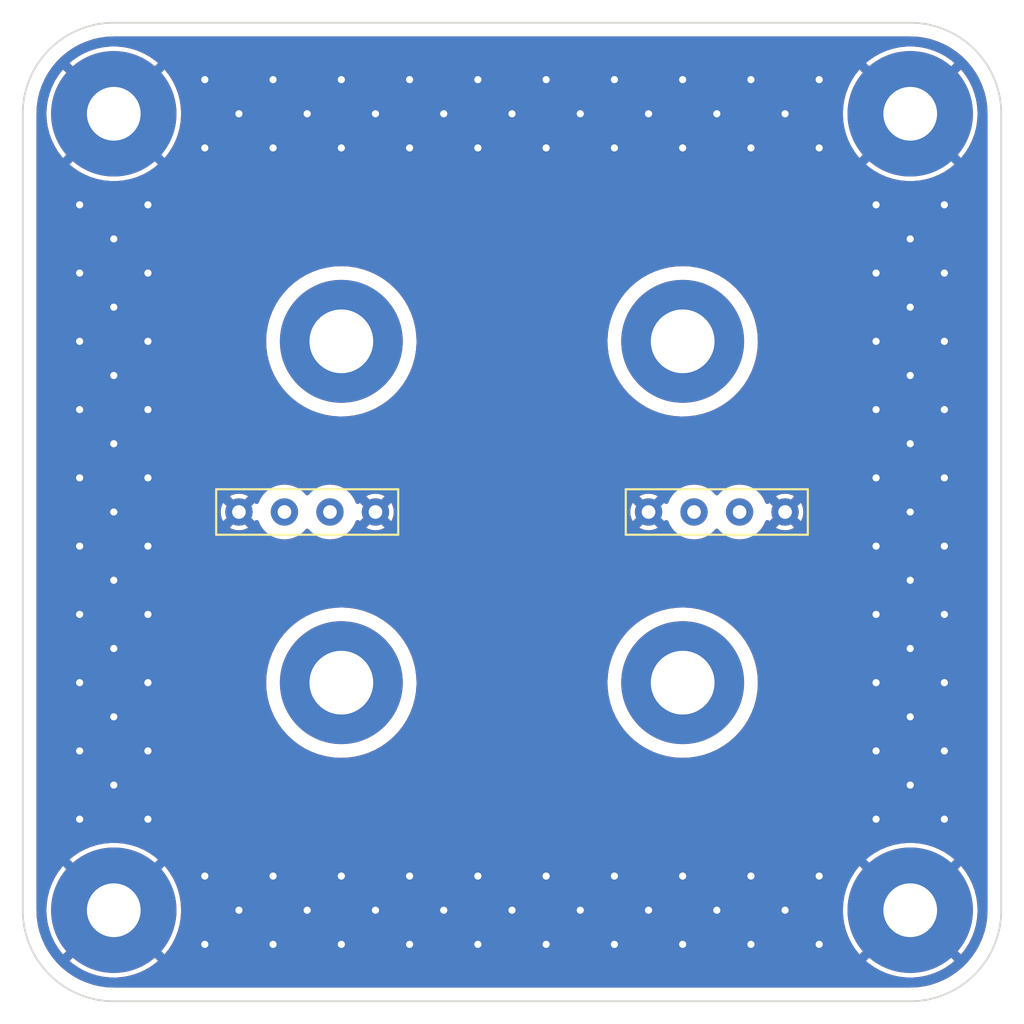
<source format=kicad_pcb>
(kicad_pcb (version 20210824) (generator pcbnew)
  (layers (0 "F.Cu" signal) (1 "In1.Cu" signal) (2 "In2.Cu" signal) (31 "B.Cu" signal) (34 "B.Paste" user) (35 "F.Paste" user) (36 "B.SilkS" user "B.Silkscreen") (37 "F.SilkS" user "F.Silkscreen") (38 "B.Mask" user) (39 "F.Mask" user) (44 "Edge.Cuts" user))
  (net 0 "")
  (net 1 "Net-(H1-Pad1)")
  (net 2 "Net-(H2-Pad1)")
  (net 3 "Net-(H3-Pad1)")
  (net 4 "Net-(H4-Pad1)")
  (net 5 "Net-(H6-Pad1)")
  (footprint "kelvin:Pomona_Banana" (layer "F.Cu") (at 146.05 88.9)
    (fp_text reference "H4" hide)
    (fp_text value "Force Lo")
    (pad "1" thru_hole circle (at 0 0) (size 6.858 6.858) (drill 3.556) (layers *.Cu *.Mask) (net 4 "Net-(H4-Pad1)"))
  )
  (footprint "kelvin:Pomona_Banana" (layer "F.Cu") (at 127 88.9)
    (fp_text reference "H3" hide)
    (fp_text value "Sense Lo")
    (pad "1" thru_hole circle (at 0 0) (size 6.858 6.858) (drill 3.556) (layers *.Cu *.Mask) (net 3 "Net-(H3-Pad1)"))
  )
  (footprint "kelvin:Pin-Header-01x04-0.1inch-SmallHole" (layer "F.Cu") (at 147.955 79.375)
    (fp_text reference "REF**" hide)
    (fp_text value "Pin-Header-01x04-0.1inch-SmallHole")
    (fp_line (start -5.08 1.27) (end -5.08 -1.27) (layer "F.SilkS") (width 0.12))
    (fp_line (start 5.08 1.27) (end -5.08 1.27) (layer "F.SilkS") (width 0.12))
    (fp_line (start -5.08 -1.27) (end 5.08 -1.27) (layer "F.SilkS") (width 0.12))
    (fp_line (start 5.08 -1.27) (end 5.08 1.27) (layer "F.SilkS") (width 0.12))
    (pad "1" thru_hole circle (at -3.81 0) (size 1.524 1.524) (drill 0.762) (layers *.Cu *.Mask) (net 5 "Net-(H6-Pad1)"))
    (pad "1" thru_hole circle (at 3.81 0) (size 1.524 1.524) (drill 0.762) (layers *.Cu *.Mask) (net 5 "Net-(H6-Pad1)"))
    (pad "2" thru_hole circle (at -1.27 0) (size 1.524 1.524) (drill 0.762) (layers *.Cu *.Mask) (net 2 "Net-(H2-Pad1)"))
    (pad "3" thru_hole circle (at 1.27 0) (size 1.524 1.524) (drill 0.762) (layers *.Cu *.Mask) (net 4 "Net-(H4-Pad1)"))
  )
  (footprint "kelvin:m3 mounting pad" (layer "F.Cu") (at 158.75 101.6)
    (fp_text reference "H8" (at 0 -0.5 unlocked) (layer "F.SilkS"))
    (fp_text value "Mount")
    (pad "1" thru_hole circle (at 0 0) (size 7 7) (drill 3) (layers *.Cu *.Mask) (net 5 "Net-(H6-Pad1)"))
  )
  (footprint "kelvin:Pomona_Banana" (layer "F.Cu") (at 146.05 69.85)
    (fp_text reference "H2" hide)
    (fp_text value "Force Hi")
    (pad "1" thru_hole circle (at 0 0) (size 6.858 6.858) (drill 3.556) (layers *.Cu *.Mask) (net 2 "Net-(H2-Pad1)"))
  )
  (footprint "kelvin:m3 mounting pad" (layer "F.Cu") (at 158.75 57.15)
    (fp_text reference "H7" (at 0 -0.5 unlocked) (layer "F.SilkS"))
    (fp_text value "Mount")
    (pad "1" thru_hole circle (at 0 0) (size 7 7) (drill 3) (layers *.Cu *.Mask) (net 5 "Net-(H6-Pad1)"))
  )
  (footprint "kelvin:m3 mounting pad" (layer "F.Cu") (at 114.3 57.15)
    (fp_text reference "H9" (at 0 -0.5 unlocked) (layer "F.SilkS"))
    (fp_text value "Mount")
    (pad "1" thru_hole circle (at 0 0) (size 7 7) (drill 3) (layers *.Cu *.Mask) (net 5 "Net-(H6-Pad1)"))
  )
  (footprint "kelvin:Pomona_Banana" (layer "F.Cu") (at 127 69.85)
    (fp_text reference "H1" hide)
    (fp_text value "Sense Hi")
    (pad "1" thru_hole circle (at 0 0) (size 6.858 6.858) (drill 3.556) (layers *.Cu *.Mask) (net 1 "Net-(H1-Pad1)"))
  )
  (footprint "kelvin:m3 mounting pad" (layer "F.Cu") (at 114.3 101.6)
    (fp_text reference "H6" (at 0 -0.5 unlocked) (layer "F.SilkS"))
    (fp_text value "Mount")
    (pad "1" thru_hole circle (at 0 0) (size 7 7) (drill 3) (layers *.Cu *.Mask) (net 5 "Net-(H6-Pad1)"))
  )
  (footprint "kelvin:Pin-Header-01x04-0.1inch-SmallHole" (layer "F.Cu") (at 125.095 79.375)
    (fp_text reference "REF**" hide)
    (fp_text value "Pin-Header-01x04-0.1inch-SmallHole")
    (fp_line (start -5.08 -1.27) (end 5.08 -1.27) (layer "F.SilkS") (width 0.12))
    (fp_line (start 5.08 -1.27) (end 5.08 1.27) (layer "F.SilkS") (width 0.12))
    (fp_line (start -5.08 1.27) (end -5.08 -1.27) (layer "F.SilkS") (width 0.12))
    (fp_line (start 5.08 1.27) (end -5.08 1.27) (layer "F.SilkS") (width 0.12))
    (pad "1" thru_hole circle (at 3.81 0) (size 1.524 1.524) (drill 0.762) (layers *.Cu *.Mask) (net 5 "Net-(H6-Pad1)"))
    (pad "1" thru_hole circle (at -3.81 0) (size 1.524 1.524) (drill 0.762) (layers *.Cu *.Mask) (net 5 "Net-(H6-Pad1)"))
    (pad "2" thru_hole circle (at -1.27 0) (size 1.524 1.524) (drill 0.762) (layers *.Cu *.Mask) (net 3 "Net-(H3-Pad1)"))
    (pad "3" thru_hole circle (at 1.27 0) (size 1.524 1.524) (drill 0.762) (layers *.Cu *.Mask) (net 1 "Net-(H1-Pad1)"))
  )
  (gr_arc (start 114.3 57.15) (end 109.22 57.15) (angle 90) (layer "Edge.Cuts") (width 0.1))
  (gr_line (start 114.3 52.07) (end 158.75 52.07) (layer "Edge.Cuts") (width 0.1))
  (gr_line (start 114.3 106.68) (end 158.75 106.68) (layer "Edge.Cuts") (width 0.1))
  (gr_line (start 109.22 57.15) (end 109.22 101.6) (layer "Edge.Cuts") (width 0.1))
  (gr_arc (start 114.3 101.6) (end 109.22 101.6) (angle -90) (layer "Edge.Cuts") (width 0.1))
  (gr_arc (start 158.75 57.15) (end 163.83 57.15) (angle -90) (layer "Edge.Cuts") (width 0.1))
  (gr_line (start 163.83 57.15) (end 163.83 101.6) (layer "Edge.Cuts") (width 0.1))
  (gr_arc (start 158.75 101.6) (end 163.83 101.6) (angle 90) (layer "Edge.Cuts") (width 0.1))
  (via (at 146.05 99.695) (size 0.8) (drill 0.4) (layers "F.Cu" "B.Cu") (net 5))
  (via (at 119.38 99.695) (size 0.8) (drill 0.4) (layers "F.Cu" "B.Cu") (net 5))
  (via (at 127 55.245) (size 0.8) (drill 0.4) (layers "F.Cu" "B.Cu") (net 5))
  (via (at 158.75 64.135) (size 0.8) (drill 0.4) (layers "F.Cu" "B.Cu") (net 5))
  (via (at 160.655 77.47) (size 0.8) (drill 0.4) (layers "F.Cu" "B.Cu") (net 5))
  (via (at 112.395 73.66) (size 0.8) (drill 0.4) (layers "F.Cu" "B.Cu") (net 5))
  (via (at 132.715 101.6) (size 0.8) (drill 0.4) (layers "F.Cu" "B.Cu") (net 5))
  (via (at 130.81 99.695) (size 0.8) (drill 0.4) (layers "F.Cu" "B.Cu") (net 5))
  (via (at 151.765 57.15) (size 0.8) (drill 0.4) (layers "F.Cu" "B.Cu") (net 5))
  (via (at 149.86 103.505) (size 0.8) (drill 0.4) (layers "F.Cu" "B.Cu") (net 5))
  (via (at 112.395 88.9) (size 0.8) (drill 0.4) (layers "F.Cu" "B.Cu") (net 5))
  (via (at 114.3 67.945) (size 0.8) (drill 0.4) (layers "F.Cu" "B.Cu") (net 5))
  (via (at 125.095 101.6) (size 0.8) (drill 0.4) (layers "F.Cu" "B.Cu") (net 5))
  (via (at 112.395 85.09) (size 0.8) (drill 0.4) (layers "F.Cu" "B.Cu") (net 5))
  (via (at 160.655 69.85) (size 0.8) (drill 0.4) (layers "F.Cu" "B.Cu") (net 5))
  (via (at 156.845 66.04) (size 0.8) (drill 0.4) (layers "F.Cu" "B.Cu") (net 5))
  (via (at 114.3 79.375) (size 0.8) (drill 0.4) (layers "F.Cu" "B.Cu") (net 5))
  (via (at 158.75 67.945) (size 0.8) (drill 0.4) (layers "F.Cu" "B.Cu") (net 5))
  (via (at 156.845 96.52) (size 0.8) (drill 0.4) (layers "F.Cu" "B.Cu") (net 5))
  (via (at 112.395 92.71) (size 0.8) (drill 0.4) (layers "F.Cu" "B.Cu") (net 5))
  (via (at 134.62 55.245) (size 0.8) (drill 0.4) (layers "F.Cu" "B.Cu") (net 5))
  (via (at 142.24 103.505) (size 0.8) (drill 0.4) (layers "F.Cu" "B.Cu") (net 5))
  (via (at 160.655 66.04) (size 0.8) (drill 0.4) (layers "F.Cu" "B.Cu") (net 5))
  (via (at 147.955 101.6) (size 0.8) (drill 0.4) (layers "F.Cu" "B.Cu") (net 5))
  (via (at 136.525 101.6) (size 0.8) (drill 0.4) (layers "F.Cu" "B.Cu") (net 5))
  (via (at 127 59.055) (size 0.8) (drill 0.4) (layers "F.Cu" "B.Cu") (net 5))
  (via (at 119.38 55.245) (size 0.8) (drill 0.4) (layers "F.Cu" "B.Cu") (net 5))
  (via (at 114.3 71.755) (size 0.8) (drill 0.4) (layers "F.Cu" "B.Cu") (net 5))
  (via (at 121.285 57.15) (size 0.8) (drill 0.4) (layers "F.Cu" "B.Cu") (net 5))
  (via (at 125.095 57.15) (size 0.8) (drill 0.4) (layers "F.Cu" "B.Cu") (net 5))
  (via (at 158.75 83.185) (size 0.8) (drill 0.4) (layers "F.Cu" "B.Cu") (net 5))
  (via (at 156.845 69.85) (size 0.8) (drill 0.4) (layers "F.Cu" "B.Cu") (net 5))
  (via (at 114.3 86.995) (size 0.8) (drill 0.4) (layers "F.Cu" "B.Cu") (net 5))
  (via (at 116.205 85.09) (size 0.8) (drill 0.4) (layers "F.Cu" "B.Cu") (net 5))
  (via (at 160.655 85.09) (size 0.8) (drill 0.4) (layers "F.Cu" "B.Cu") (net 5))
  (via (at 156.845 81.28) (size 0.8) (drill 0.4) (layers "F.Cu" "B.Cu") (net 5))
  (via (at 123.19 59.055) (size 0.8) (drill 0.4) (layers "F.Cu" "B.Cu") (net 5))
  (via (at 138.43 59.055) (size 0.8) (drill 0.4) (layers "F.Cu" "B.Cu") (net 5))
  (via (at 160.655 81.28) (size 0.8) (drill 0.4) (layers "F.Cu" "B.Cu") (net 5))
  (via (at 160.655 88.9) (size 0.8) (drill 0.4) (layers "F.Cu" "B.Cu") (net 5))
  (via (at 158.75 90.805) (size 0.8) (drill 0.4) (layers "F.Cu" "B.Cu") (net 5))
  (via (at 114.3 75.565) (size 0.8) (drill 0.4) (layers "F.Cu" "B.Cu") (net 5))
  (via (at 144.145 101.6) (size 0.8) (drill 0.4) (layers "F.Cu" "B.Cu") (net 5))
  (via (at 158.75 71.755) (size 0.8) (drill 0.4) (layers "F.Cu" "B.Cu") (net 5))
  (via (at 116.205 96.52) (size 0.8) (drill 0.4) (layers "F.Cu" "B.Cu") (net 5))
  (via (at 160.655 62.23) (size 0.8) (drill 0.4) (layers "F.Cu" "B.Cu") (net 5))
  (via (at 146.05 103.505) (size 0.8) (drill 0.4) (layers "F.Cu" "B.Cu") (net 5))
  (via (at 160.655 73.66) (size 0.8) (drill 0.4) (layers "F.Cu" "B.Cu") (net 5))
  (via (at 116.205 73.66) (size 0.8) (drill 0.4) (layers "F.Cu" "B.Cu") (net 5))
  (via (at 140.335 101.6) (size 0.8) (drill 0.4) (layers "F.Cu" "B.Cu") (net 5))
  (via (at 123.19 99.695) (size 0.8) (drill 0.4) (layers "F.Cu" "B.Cu") (net 5))
  (via (at 156.845 77.47) (size 0.8) (drill 0.4) (layers "F.Cu" "B.Cu") (net 5))
  (via (at 132.715 57.15) (size 0.8) (drill 0.4) (layers "F.Cu" "B.Cu") (net 5))
  (via (at 146.05 55.245) (size 0.8) (drill 0.4) (layers "F.Cu" "B.Cu") (net 5))
  (via (at 116.205 66.04) (size 0.8) (drill 0.4) (layers "F.Cu" "B.Cu") (net 5))
  (via (at 153.67 99.695) (size 0.8) (drill 0.4) (layers "F.Cu" "B.Cu") (net 5))
  (via (at 151.765 101.6) (size 0.8) (drill 0.4) (layers "F.Cu" "B.Cu") (net 5))
  (via (at 158.75 86.995) (size 0.8) (drill 0.4) (layers "F.Cu" "B.Cu") (net 5))
  (via (at 123.19 103.505) (size 0.8) (drill 0.4) (layers "F.Cu" "B.Cu") (net 5))
  (via (at 128.905 57.15) (size 0.8) (drill 0.4) (layers "F.Cu" "B.Cu") (net 5))
  (via (at 116.205 81.28) (size 0.8) (drill 0.4) (layers "F.Cu" "B.Cu") (net 5))
  (via (at 112.395 62.23) (size 0.8) (drill 0.4) (layers "F.Cu" "B.Cu") (net 5))
  (via (at 116.205 92.71) (size 0.8) (drill 0.4) (layers "F.Cu" "B.Cu") (net 5))
  (via (at 114.3 83.185) (size 0.8) (drill 0.4) (layers "F.Cu" "B.Cu") (net 5))
  (via (at 136.525 57.15) (size 0.8) (drill 0.4) (layers "F.Cu" "B.Cu") (net 5))
  (via (at 112.395 66.04) (size 0.8) (drill 0.4) (layers "F.Cu" "B.Cu") (net 5))
  (via (at 119.38 59.055) (size 0.8) (drill 0.4) (layers "F.Cu" "B.Cu") (net 5))
  (via (at 156.845 62.23) (size 0.8) (drill 0.4) (layers "F.Cu" "B.Cu") (net 5))
  (via (at 158.75 75.565) (size 0.8) (drill 0.4) (layers "F.Cu" "B.Cu") (net 5))
  (via (at 121.285 101.6) (size 0.8) (drill 0.4) (layers "F.Cu" "B.Cu") (net 5))
  (via (at 138.43 103.505) (size 0.8) (drill 0.4) (layers "F.Cu" "B.Cu") (net 5))
  (via (at 138.43 99.695) (size 0.8) (drill 0.4) (layers "F.Cu" "B.Cu") (net 5))
  (via (at 112.395 69.85) (size 0.8) (drill 0.4) (layers "F.Cu" "B.Cu") (net 5))
  (via (at 147.955 57.15) (size 0.8) (drill 0.4) (layers "F.Cu" "B.Cu") (net 5))
  (via (at 149.86 99.695) (size 0.8) (drill 0.4) (layers "F.Cu" "B.Cu") (net 5))
  (via (at 156.845 85.09) (size 0.8) (drill 0.4) (layers "F.Cu" "B.Cu") (net 5))
  (via (at 149.86 59.055) (size 0.8) (drill 0.4) (layers "F.Cu" "B.Cu") (net 5))
  (via (at 134.62 103.505) (size 0.8) (drill 0.4) (layers "F.Cu" "B.Cu") (net 5))
  (via (at 134.62 59.055) (size 0.8) (drill 0.4) (layers "F.Cu" "B.Cu") (net 5))
  (via (at 158.75 94.615) (size 0.8) (drill 0.4) (layers "F.Cu" "B.Cu") (net 5))
  (via (at 158.75 79.375) (size 0.8) (drill 0.4) (layers "F.Cu" "B.Cu") (net 5))
  (via (at 128.905 101.6) (size 0.8) (drill 0.4) (layers "F.Cu" "B.Cu") (net 5))
  (via (at 156.845 92.71) (size 0.8) (drill 0.4) (layers "F.Cu" "B.Cu") (net 5))
  (via (at 130.81 55.245) (size 0.8) (drill 0.4) (layers "F.Cu" "B.Cu") (net 5))
  (via (at 138.43 55.245) (size 0.8) (drill 0.4) (layers "F.Cu" "B.Cu") (net 5))
  (via (at 116.205 77.47) (size 0.8) (drill 0.4) (layers "F.Cu" "B.Cu") (net 5))
  (via (at 142.24 59.055) (size 0.8) (drill 0.4) (layers "F.Cu" "B.Cu") (net 5))
  (via (at 127 99.695) (size 0.8) (drill 0.4) (layers "F.Cu" "B.Cu") (net 5))
  (via (at 123.19 55.245) (size 0.8) (drill 0.4) (layers "F.Cu" "B.Cu") (net 5))
  (via (at 130.81 59.055) (size 0.8) (drill 0.4) (layers "F.Cu" "B.Cu") (net 5))
  (via (at 156.845 73.66) (size 0.8) (drill 0.4) (layers "F.Cu" "B.Cu") (net 5))
  (via (at 160.655 96.52) (size 0.8) (drill 0.4) (layers "F.Cu" "B.Cu") (net 5))
  (via (at 127 103.505) (size 0.8) (drill 0.4) (layers "F.Cu" "B.Cu") (net 5))
  (via (at 119.38 103.505) (size 0.8) (drill 0.4) (layers "F.Cu" "B.Cu") (net 5))
  (via (at 149.86 55.245) (size 0.8) (drill 0.4) (layers "F.Cu" "B.Cu") (net 5))
  (via (at 153.67 55.245) (size 0.8) (drill 0.4) (layers "F.Cu" "B.Cu") (net 5))
  (via (at 146.05 59.055) (size 0.8) (drill 0.4) (layers "F.Cu" "B.Cu") (net 5))
  (via (at 142.24 99.695) (size 0.8) (drill 0.4) (layers "F.Cu" "B.Cu") (net 5))
  (via (at 153.67 59.055) (size 0.8) (drill 0.4) (layers "F.Cu" "B.Cu") (net 5))
  (via (at 114.3 64.135) (size 0.8) (drill 0.4) (layers "F.Cu" "B.Cu") (net 5))
  (via (at 112.395 81.28) (size 0.8) (drill 0.4) (layers "F.Cu" "B.Cu") (net 5))
  (via (at 140.335 57.15) (size 0.8) (drill 0.4) (layers "F.Cu" "B.Cu") (net 5))
  (via (at 134.62 99.695) (size 0.8) (drill 0.4) (layers "F.Cu" "B.Cu") (net 5))
  (via (at 114.3 94.615) (size 0.8) (drill 0.4) (layers "F.Cu" "B.Cu") (net 5))
  (via (at 142.24 55.245) (size 0.8) (drill 0.4) (layers "F.Cu" "B.Cu") (net 5))
  (via (at 130.81 103.505) (size 0.8) (drill 0.4) (layers "F.Cu" "B.Cu") (net 5))
  (via (at 116.205 62.23) (size 0.8) (drill 0.4) (layers "F.Cu" "B.Cu") (net 5))
  (via (at 116.205 88.9) (size 0.8) (drill 0.4) (layers "F.Cu" "B.Cu") (net 5))
  (via (at 153.67 103.505) (size 0.8) (drill 0.4) (layers "F.Cu" "B.Cu") (net 5))
  (via (at 116.205 69.85) (size 0.8) (drill 0.4) (layers "F.Cu" "B.Cu") (net 5))
  (via (at 112.395 77.47) (size 0.8) (drill 0.4) (layers "F.Cu" "B.Cu") (net 5))
  (via (at 112.395 96.52) (size 0.8) (drill 0.4) (layers "F.Cu" "B.Cu") (net 5))
  (via (at 144.145 57.15) (size 0.8) (drill 0.4) (layers "F.Cu" "B.Cu") (net 5))
  (via (at 160.655 92.71) (size 0.8) (drill 0.4) (layers "F.Cu" "B.Cu") (net 5))
  (via (at 156.845 88.9) (size 0.8) (drill 0.4) (layers "F.Cu" "B.Cu") (net 5))
  (via (at 114.3 90.805) (size 0.8) (drill 0.4) (layers "F.Cu" "B.Cu") (net 5))
  (zone (net 5) (net_name "Net-(H6-Pad1)") (layers "F.Cu" "In1.Cu" "In2.Cu" "B.Cu") (connect_pads (clearance 0.762)) (min_thickness 0.254) (fill yes (thermal_gap 0.254) (thermal_bridge_width 0.508))
    (polygon (pts (xy 165.1 107.95) (xy 107.95 107.95) (xy 107.95 50.8) (xy 165.1 50.8)))
  )
)
</source>
